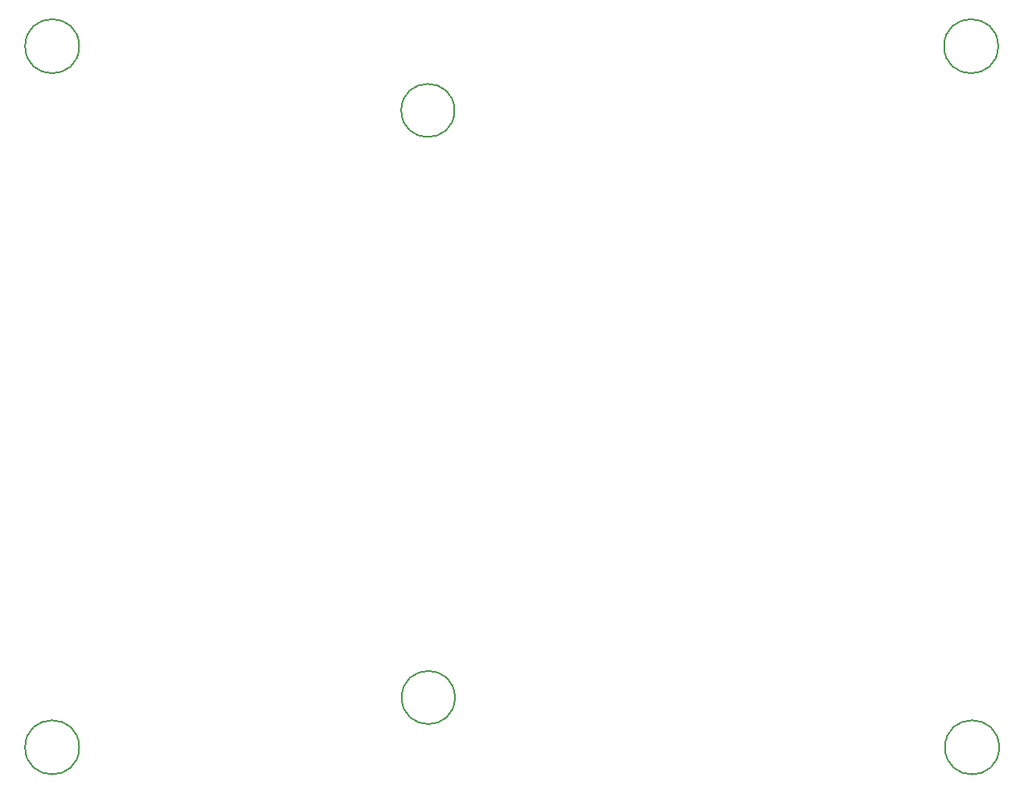
<source format=gbr>
%TF.GenerationSoftware,KiCad,Pcbnew,7.0.7*%
%TF.CreationDate,2024-05-18T15:39:26+02:00*%
%TF.ProjectId,Module_16S,4d6f6475-6c65-45f3-9136-532e6b696361,rev?*%
%TF.SameCoordinates,Original*%
%TF.FileFunction,Other,Comment*%
%FSLAX46Y46*%
G04 Gerber Fmt 4.6, Leading zero omitted, Abs format (unit mm)*
G04 Created by KiCad (PCBNEW 7.0.7) date 2024-05-18 15:39:26*
%MOMM*%
%LPD*%
G01*
G04 APERTURE LIST*
%ADD10C,0.150000*%
G04 APERTURE END LIST*
D10*
%TO.C,H2*%
X42373200Y-6765700D02*
G75*
G03*
X42373200Y-6765700I-2800000J0D01*
G01*
%TO.C,H3*%
X2850000Y0D02*
G75*
G03*
X2850000Y0I-2850000J0D01*
G01*
%TO.C,H6*%
X99751000Y-73863200D02*
G75*
G03*
X99751000Y-73863200I-2850000J0D01*
G01*
%TO.C,H1*%
X42424000Y-68614700D02*
G75*
G03*
X42424000Y-68614700I-2800000J0D01*
G01*
%TO.C,H4*%
X2850000Y-73863200D02*
G75*
G03*
X2850000Y-73863200I-2850000J0D01*
G01*
%TO.C,H5*%
X99649400Y0D02*
G75*
G03*
X99649400Y0I-2850000J0D01*
G01*
%TD*%
M02*

</source>
